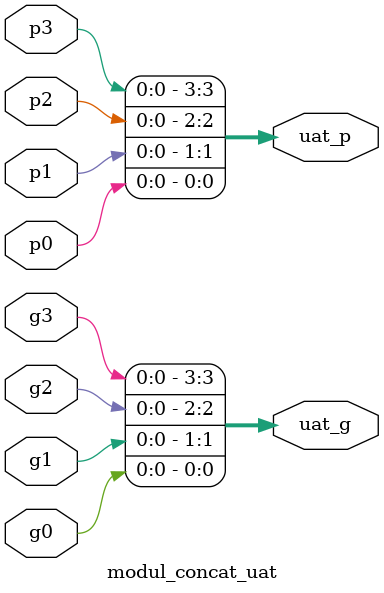
<source format=v>
`timescale 1ns / 1ps


module modul_concat_uat(p0, p1, p2, p3, g0, g1, g2, g3, uat_g, uat_p);

    input p0, p1, p2, p3, g0, g1, g2, g3;
    output [3:0] uat_g;
    output [3:0] uat_p;
    
    assign uat_g[0] = g0;
    assign uat_g[1] = g1;
    assign uat_g[2] = g2;
    assign uat_g[3] = g3;
    
    assign uat_p[0] = p0;
    assign uat_p[1] = p1;
    assign uat_p[2] = p2;
    assign uat_p[3] = p3;
endmodule

</source>
